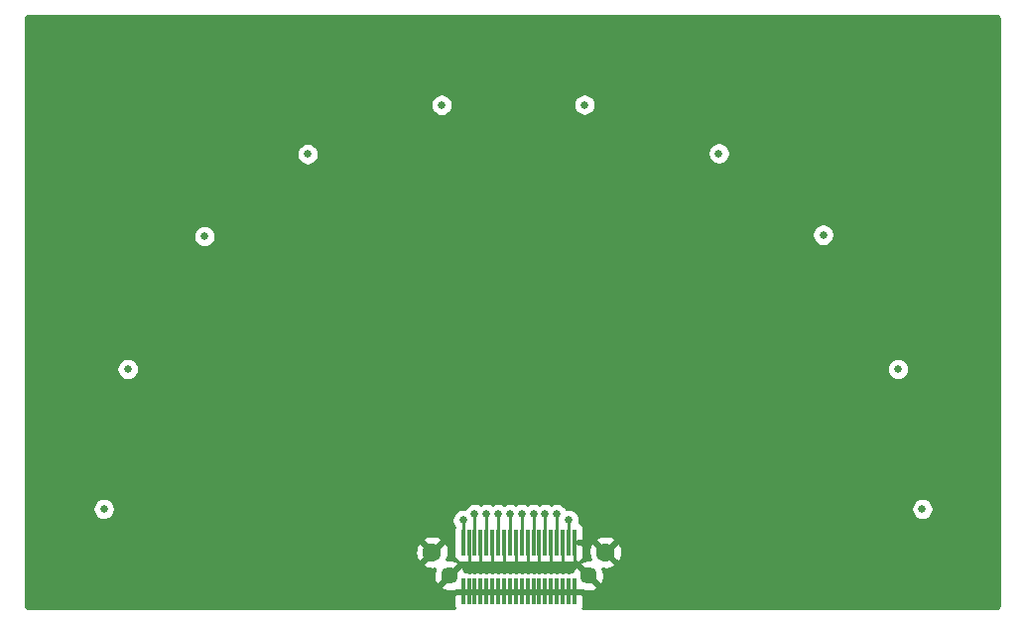
<source format=gbr>
G04 #@! TF.GenerationSoftware,KiCad,Pcbnew,(5.1.5)-3*
G04 #@! TF.CreationDate,2020-01-15T16:09:59-07:00*
G04 #@! TF.ProjectId,Station06,53746174-696f-46e3-9036-2e6b69636164,rev?*
G04 #@! TF.SameCoordinates,Original*
G04 #@! TF.FileFunction,Copper,L4,Bot*
G04 #@! TF.FilePolarity,Positive*
%FSLAX46Y46*%
G04 Gerber Fmt 4.6, Leading zero omitted, Abs format (unit mm)*
G04 Created by KiCad (PCBNEW (5.1.5)-3) date 2020-01-15 16:09:59*
%MOMM*%
%LPD*%
G04 APERTURE LIST*
%ADD10R,0.300000X2.200000*%
%ADD11C,1.450000*%
%ADD12C,1.600000*%
%ADD13C,0.635000*%
%ADD14C,1.270000*%
%ADD15C,0.250000*%
%ADD16C,0.254000*%
G04 APERTURE END LIST*
D10*
X137250000Y-102100000D03*
X139250000Y-102100000D03*
X136750000Y-102100000D03*
X140250000Y-102100000D03*
X138250000Y-102100000D03*
X138750000Y-102100000D03*
X135750000Y-102100000D03*
X139750000Y-102100000D03*
X137750000Y-102100000D03*
X136250000Y-102100000D03*
X137250000Y-97900000D03*
X139250000Y-97900000D03*
X136750000Y-97900000D03*
X140250000Y-97900000D03*
X138250000Y-97900000D03*
X138750000Y-97900000D03*
X135750000Y-97900000D03*
X139750000Y-97900000D03*
X137750000Y-97900000D03*
X136250000Y-97900000D03*
D11*
X134580000Y-100740000D03*
X146420000Y-100740000D03*
D12*
X133105000Y-98740000D03*
X147895000Y-98740000D03*
D10*
X145250000Y-97900000D03*
X145250000Y-102100000D03*
X144750000Y-97900000D03*
X144750000Y-102100000D03*
X144250000Y-97900000D03*
X144250000Y-102100000D03*
X143750000Y-97900000D03*
X143750000Y-102100000D03*
X143250000Y-97900000D03*
X143250000Y-102100000D03*
X142750000Y-97900000D03*
X142750000Y-102100000D03*
X142250000Y-97900000D03*
X142250000Y-102100000D03*
X141750000Y-97900000D03*
X141750000Y-102100000D03*
X141250000Y-97900000D03*
X141250000Y-102100000D03*
X140750000Y-97900000D03*
X140750000Y-102100000D03*
D13*
X147290000Y-95040000D03*
X150238000Y-95028000D03*
X152982000Y-94943000D03*
X155727000Y-94857000D03*
X158471000Y-94771000D03*
X161215000Y-94685000D03*
X163960000Y-94600000D03*
X166704000Y-94514000D03*
X169448000Y-94428000D03*
X172193000Y-94342000D03*
X147495000Y-96714000D03*
X150239000Y-96628000D03*
X152983000Y-96543000D03*
X155728000Y-96457000D03*
X158472000Y-96371000D03*
X161216000Y-96285000D03*
X163961000Y-96200000D03*
X166705000Y-96114000D03*
X169449000Y-96028000D03*
X172194000Y-95942000D03*
X169906000Y-83528000D03*
X167259000Y-84652000D03*
X164612000Y-85775000D03*
X161966000Y-86899000D03*
X159319000Y-88022000D03*
X156672000Y-89146000D03*
X154025000Y-90269000D03*
X151378000Y-91393000D03*
X148731000Y-92517000D03*
X146050000Y-93640000D03*
X167884000Y-86125000D03*
X165238000Y-87248000D03*
X162591000Y-88372000D03*
X159944000Y-89495000D03*
X157297000Y-90619000D03*
X154650000Y-91742000D03*
X152003000Y-92866000D03*
X149356000Y-93989000D03*
X144330000Y-92760000D03*
X153986000Y-69941000D03*
X152547000Y-72740000D03*
X151109000Y-75540000D03*
X149670000Y-78339000D03*
X148232000Y-81138000D03*
X146793000Y-83937000D03*
X145354000Y-86737000D03*
X143916000Y-89536000D03*
X142330000Y-92280000D03*
X155409000Y-70673000D03*
X153970000Y-73472000D03*
X152532000Y-76271000D03*
X151093000Y-79070000D03*
X149655000Y-81869000D03*
X148216000Y-84669000D03*
X146777000Y-87468000D03*
X145339000Y-90267000D03*
X144822000Y-63603000D03*
X144335000Y-66781000D03*
X143849000Y-69959000D03*
X143363000Y-73136000D03*
X142877000Y-76314000D03*
X142390000Y-79491000D03*
X141904000Y-82669000D03*
X141418000Y-85846000D03*
X140932000Y-89024000D03*
X140260000Y-92190000D03*
X146403000Y-63845000D03*
X145917000Y-67023000D03*
X144458000Y-76556000D03*
X144944000Y-73378000D03*
X145431000Y-70201000D03*
X143972000Y-79733000D03*
X143486000Y-82911000D03*
X142999000Y-86088000D03*
X142513000Y-89266000D03*
X133648000Y-63883000D03*
X134179000Y-67058000D03*
X134711000Y-70232000D03*
X135242000Y-73407000D03*
X135773000Y-76582000D03*
X136304000Y-79757000D03*
X136836000Y-82932000D03*
X137367000Y-86107000D03*
X137898000Y-89282000D03*
X138250000Y-92500000D03*
X135226000Y-63619000D03*
X135757000Y-66793000D03*
X136289000Y-69968000D03*
X136820000Y-73143000D03*
X137351000Y-76318000D03*
X137883000Y-79493000D03*
X138414000Y-82668000D03*
X138945000Y-85843000D03*
X139476000Y-89018000D03*
X123248000Y-67931000D03*
X124727000Y-70726000D03*
X126207000Y-73520000D03*
X127686000Y-76314000D03*
X129166000Y-79109000D03*
X130645000Y-81903000D03*
X132125000Y-84697000D03*
X133604000Y-87491000D03*
X135084000Y-90286000D03*
X136480000Y-93070000D03*
X126141000Y-69977000D03*
X127621000Y-72771000D03*
X129100000Y-75566000D03*
X130580000Y-78360000D03*
X132059000Y-81154000D03*
X133539000Y-83948000D03*
X135018000Y-86743000D03*
X136498000Y-89537000D03*
X107866000Y-95924000D03*
X110652000Y-96012000D03*
X113438000Y-96099000D03*
X116224000Y-96187000D03*
X119009000Y-96274000D03*
X121795000Y-96362000D03*
X124581000Y-96449000D03*
X127367000Y-96537000D03*
X130153000Y-96625000D03*
X132939000Y-96712000D03*
X107916000Y-94325000D03*
X110702000Y-94412000D03*
X113488000Y-94500000D03*
X116274000Y-94588000D03*
X119060000Y-94675000D03*
X121846000Y-94763000D03*
X124632000Y-94850000D03*
X127417000Y-94938000D03*
X130203000Y-95025000D03*
X112220000Y-86106000D03*
X114911000Y-87232000D03*
X117602000Y-88357000D03*
X120294000Y-89483000D03*
X122985000Y-90609000D03*
X125676000Y-91735000D03*
X128367000Y-92861000D03*
X131059000Y-93986000D03*
X133750000Y-95112000D03*
X110146000Y-83504000D03*
X115528000Y-85756000D03*
X118220000Y-86881000D03*
X120911000Y-88007000D03*
X123602000Y-89133000D03*
X126294000Y-90259000D03*
X112837000Y-84630000D03*
X128985000Y-91385000D03*
X131676000Y-92510000D03*
X156870000Y-67740000D03*
X117509000Y-76663000D03*
X119696000Y-78820000D03*
X121882000Y-80976000D03*
X124069000Y-83132000D03*
X126255000Y-85288000D03*
X128442000Y-87445000D03*
X130629000Y-89601000D03*
X132815000Y-91757000D03*
X135002000Y-93913000D03*
X116446000Y-73368000D03*
X118633000Y-75524000D03*
X120819000Y-77680000D03*
X123006000Y-79837000D03*
X125192000Y-81993000D03*
X127379000Y-84149000D03*
X129565000Y-86305000D03*
X131752000Y-88462000D03*
X133939000Y-90618000D03*
X161611000Y-75439000D03*
X159453000Y-77605000D03*
X157294000Y-79772000D03*
X155135000Y-81938000D03*
X152977000Y-84104000D03*
X150818000Y-86270000D03*
X148659000Y-88437000D03*
X146501000Y-90603000D03*
X144342000Y-92769000D03*
X162745000Y-76569000D03*
X160586000Y-78735000D03*
X158427000Y-80901000D03*
X156269000Y-83067000D03*
X154110000Y-85234000D03*
X151951000Y-87400000D03*
X147634000Y-91732000D03*
X149793000Y-89566000D03*
X163770000Y-73273000D03*
X172862240Y-83126580D03*
X157576520Y-64709040D03*
X174937420Y-95056960D03*
X146113500Y-60553600D03*
X166480000Y-71660000D03*
X105102660Y-95051880D03*
X107139740Y-83129120D03*
X136750000Y-95500000D03*
X122481340Y-64770000D03*
X138750000Y-95500000D03*
X135750000Y-96010000D03*
X133918960Y-60568840D03*
X139750000Y-95500000D03*
D14*
X173908000Y-92340000D03*
X171703000Y-79833000D03*
X165353000Y-68834000D03*
X155624000Y-60671000D03*
X143690000Y-56327000D03*
X130990000Y-56327000D03*
X119056000Y-60671000D03*
X109327000Y-68834000D03*
X102977000Y-79833000D03*
X100772000Y-97660000D03*
X106092000Y-97660000D03*
X100772000Y-92340000D03*
X106092000Y-92340000D03*
X108297000Y-79833000D03*
X102977000Y-85153000D03*
X108297000Y-85153000D03*
X114647000Y-68834000D03*
X109327000Y-74154000D03*
X114647000Y-74154000D03*
X124376000Y-60671000D03*
X119056000Y-65991000D03*
X124376000Y-65991000D03*
X136310000Y-56327000D03*
X130990000Y-61647000D03*
X136310000Y-61647000D03*
X149010000Y-56327000D03*
X143690000Y-61647000D03*
X149010000Y-61647000D03*
X160944000Y-60671000D03*
X155624000Y-65991000D03*
X160944000Y-65991000D03*
X170673000Y-68834000D03*
X165353000Y-74154000D03*
D13*
X113690000Y-71790000D03*
X137750000Y-95500000D03*
X144750000Y-96000000D03*
X143750000Y-95500000D03*
X142750000Y-95500000D03*
X141750000Y-95500000D03*
X140750000Y-95500000D03*
D14*
X170673000Y-74154000D03*
X177023000Y-79833000D03*
X171703000Y-85153000D03*
X177023000Y-85153000D03*
X179228000Y-92340000D03*
X173908000Y-97660000D03*
X179228000Y-97660000D03*
D15*
X136750000Y-97900000D02*
X136750000Y-95500000D01*
X138750000Y-97900000D02*
X138750000Y-95500000D01*
X135750000Y-97900000D02*
X135750000Y-96010000D01*
X139750000Y-97900000D02*
X139750000Y-95500000D01*
X137750000Y-97900000D02*
X137750000Y-95500000D01*
X144750000Y-97900000D02*
X144750000Y-96000000D01*
X143750000Y-97900000D02*
X143750000Y-95500000D01*
X142750000Y-97900000D02*
X142750000Y-95500000D01*
X141750000Y-97900000D02*
X141750000Y-95500000D01*
X140750000Y-97900000D02*
X140750000Y-95500000D01*
X139250000Y-97900000D02*
X139250000Y-99520000D01*
X140250000Y-97900000D02*
X140250000Y-99520000D01*
X141250000Y-97900000D02*
X141250000Y-99520000D01*
X142250000Y-97900000D02*
X142250000Y-99520000D01*
X143250000Y-97900000D02*
X143250000Y-99520000D01*
X144250000Y-97900000D02*
X144250000Y-99510000D01*
X145250000Y-97900000D02*
X145250000Y-99520000D01*
X136250000Y-97900000D02*
X136250000Y-99520000D01*
X137250000Y-97900000D02*
X137250000Y-99520000D01*
X138250000Y-97900000D02*
X138250000Y-99520000D01*
X145250000Y-97900000D02*
X145470000Y-97900000D01*
D16*
G36*
X181386867Y-53004819D02*
G01*
X181403092Y-53009718D01*
X181418053Y-53017672D01*
X181431189Y-53028386D01*
X181441988Y-53041441D01*
X181450049Y-53056349D01*
X181455062Y-53072541D01*
X181460000Y-53119525D01*
X181460001Y-103357708D01*
X181455181Y-103406868D01*
X181450283Y-103423091D01*
X181442326Y-103438055D01*
X181431615Y-103451188D01*
X181418559Y-103461989D01*
X181403652Y-103470049D01*
X181387459Y-103475062D01*
X181340475Y-103480000D01*
X145970123Y-103480000D01*
X145992199Y-103437563D01*
X146027166Y-103317466D01*
X146038032Y-103192854D01*
X146035000Y-102385750D01*
X145876250Y-102227000D01*
X135123750Y-102227000D01*
X134965000Y-102385750D01*
X134961968Y-103192854D01*
X134972834Y-103317466D01*
X135007801Y-103437563D01*
X135029877Y-103480000D01*
X98572281Y-103480000D01*
X98523132Y-103475181D01*
X98506909Y-103470283D01*
X98491945Y-103462326D01*
X98478812Y-103451615D01*
X98468011Y-103438559D01*
X98459951Y-103423652D01*
X98454938Y-103407459D01*
X98450000Y-103360475D01*
X98450000Y-101679133D01*
X133820472Y-101679133D01*
X133882965Y-101915450D01*
X134125678Y-102028850D01*
X134385849Y-102092719D01*
X134653482Y-102104604D01*
X134918291Y-102064048D01*
X135169023Y-101973000D01*
X145846141Y-101973000D01*
X145965678Y-102028850D01*
X146225849Y-102092719D01*
X146493482Y-102104604D01*
X146758291Y-102064048D01*
X147010100Y-101972609D01*
X147117035Y-101915450D01*
X147179528Y-101679133D01*
X146420000Y-100919605D01*
X146405858Y-100933748D01*
X146226253Y-100754143D01*
X146240395Y-100740000D01*
X145480867Y-99980472D01*
X145244550Y-100042965D01*
X145131150Y-100285678D01*
X145103491Y-100398349D01*
X145100727Y-100397477D01*
X145068250Y-100365000D01*
X145000000Y-100372269D01*
X144931750Y-100365000D01*
X144899273Y-100397477D01*
X144849234Y-100413270D01*
X144750000Y-100467749D01*
X144650766Y-100413270D01*
X144600727Y-100397477D01*
X144568250Y-100365000D01*
X144500000Y-100372269D01*
X144431750Y-100365000D01*
X144399273Y-100397477D01*
X144349234Y-100413270D01*
X144250000Y-100467749D01*
X144150766Y-100413270D01*
X144100727Y-100397477D01*
X144068250Y-100365000D01*
X144000000Y-100372269D01*
X143931750Y-100365000D01*
X143899273Y-100397477D01*
X143849234Y-100413270D01*
X143750000Y-100467749D01*
X143650766Y-100413270D01*
X143600727Y-100397477D01*
X143568250Y-100365000D01*
X143500000Y-100372269D01*
X143431750Y-100365000D01*
X143399273Y-100397477D01*
X143349234Y-100413270D01*
X143250000Y-100467749D01*
X143150766Y-100413270D01*
X143100727Y-100397477D01*
X143068250Y-100365000D01*
X143000000Y-100372269D01*
X142931750Y-100365000D01*
X142899273Y-100397477D01*
X142849234Y-100413270D01*
X142750000Y-100467749D01*
X142650766Y-100413270D01*
X142600727Y-100397477D01*
X142568250Y-100365000D01*
X142500000Y-100372269D01*
X142431750Y-100365000D01*
X142399273Y-100397477D01*
X142349234Y-100413270D01*
X142250000Y-100467749D01*
X142150766Y-100413270D01*
X142100727Y-100397477D01*
X142068250Y-100365000D01*
X142000000Y-100372269D01*
X141931750Y-100365000D01*
X141899273Y-100397477D01*
X141849234Y-100413270D01*
X141750000Y-100467749D01*
X141650766Y-100413270D01*
X141600727Y-100397477D01*
X141568250Y-100365000D01*
X141500000Y-100372269D01*
X141431750Y-100365000D01*
X141399273Y-100397477D01*
X141349234Y-100413270D01*
X141250000Y-100467749D01*
X141150766Y-100413270D01*
X141100727Y-100397477D01*
X141068250Y-100365000D01*
X141000000Y-100372269D01*
X140931750Y-100365000D01*
X140899273Y-100397477D01*
X140849234Y-100413270D01*
X140750000Y-100467749D01*
X140650766Y-100413270D01*
X140600727Y-100397477D01*
X140568250Y-100365000D01*
X140500000Y-100372269D01*
X140431750Y-100365000D01*
X140399273Y-100397477D01*
X140349234Y-100413270D01*
X140250000Y-100467749D01*
X140150766Y-100413270D01*
X140100727Y-100397477D01*
X140068250Y-100365000D01*
X140000000Y-100372269D01*
X139931750Y-100365000D01*
X139899273Y-100397477D01*
X139849234Y-100413270D01*
X139750000Y-100467749D01*
X139650766Y-100413270D01*
X139600727Y-100397477D01*
X139568250Y-100365000D01*
X139500000Y-100372269D01*
X139431750Y-100365000D01*
X139399273Y-100397477D01*
X139349234Y-100413270D01*
X139250000Y-100467749D01*
X139150766Y-100413270D01*
X139100727Y-100397477D01*
X139068250Y-100365000D01*
X139000000Y-100372269D01*
X138931750Y-100365000D01*
X138899273Y-100397477D01*
X138849234Y-100413270D01*
X138750000Y-100467749D01*
X138650766Y-100413270D01*
X138600727Y-100397477D01*
X138568250Y-100365000D01*
X138500000Y-100372269D01*
X138431750Y-100365000D01*
X138399273Y-100397477D01*
X138349234Y-100413270D01*
X138250000Y-100467749D01*
X138150766Y-100413270D01*
X138100727Y-100397477D01*
X138068250Y-100365000D01*
X138000000Y-100372269D01*
X137931750Y-100365000D01*
X137899273Y-100397477D01*
X137849234Y-100413270D01*
X137750000Y-100467749D01*
X137650766Y-100413270D01*
X137600727Y-100397477D01*
X137568250Y-100365000D01*
X137500000Y-100372269D01*
X137431750Y-100365000D01*
X137399273Y-100397477D01*
X137349234Y-100413270D01*
X137250000Y-100467749D01*
X137150766Y-100413270D01*
X137100727Y-100397477D01*
X137068250Y-100365000D01*
X137000000Y-100372269D01*
X136931750Y-100365000D01*
X136899273Y-100397477D01*
X136849234Y-100413270D01*
X136750000Y-100467749D01*
X136650766Y-100413270D01*
X136600727Y-100397477D01*
X136568250Y-100365000D01*
X136500000Y-100372269D01*
X136431750Y-100365000D01*
X136399273Y-100397477D01*
X136349234Y-100413270D01*
X136250000Y-100467749D01*
X136150766Y-100413270D01*
X136100727Y-100397477D01*
X136068250Y-100365000D01*
X136000000Y-100372269D01*
X135931750Y-100365000D01*
X135901649Y-100395101D01*
X135812609Y-100149900D01*
X135755450Y-100042965D01*
X135519133Y-99980472D01*
X134759605Y-100740000D01*
X134773748Y-100754143D01*
X134594143Y-100933748D01*
X134580000Y-100919605D01*
X133820472Y-101679133D01*
X98450000Y-101679133D01*
X98450000Y-99732702D01*
X132291903Y-99732702D01*
X132363486Y-99976671D01*
X132618996Y-100097571D01*
X132893184Y-100166300D01*
X133175512Y-100180217D01*
X133352689Y-100153965D01*
X133291150Y-100285678D01*
X133227281Y-100545849D01*
X133215396Y-100813482D01*
X133255952Y-101078291D01*
X133347391Y-101330100D01*
X133404550Y-101437035D01*
X133640867Y-101499528D01*
X134400395Y-100740000D01*
X134386253Y-100725858D01*
X134565858Y-100546253D01*
X134580000Y-100560395D01*
X135339528Y-99800867D01*
X145660472Y-99800867D01*
X146420000Y-100560395D01*
X146434143Y-100546253D01*
X146613748Y-100725858D01*
X146599605Y-100740000D01*
X147359133Y-101499528D01*
X147595450Y-101437035D01*
X147708850Y-101194322D01*
X147772719Y-100934151D01*
X147784604Y-100666518D01*
X147744048Y-100401709D01*
X147656099Y-100159511D01*
X147683184Y-100166300D01*
X147965512Y-100180217D01*
X148245130Y-100138787D01*
X148511292Y-100043603D01*
X148636514Y-99976671D01*
X148708097Y-99732702D01*
X147895000Y-98919605D01*
X147880858Y-98933748D01*
X147701253Y-98754143D01*
X147715395Y-98740000D01*
X148074605Y-98740000D01*
X148887702Y-99553097D01*
X149131671Y-99481514D01*
X149252571Y-99226004D01*
X149321300Y-98951816D01*
X149335217Y-98669488D01*
X149293787Y-98389870D01*
X149198603Y-98123708D01*
X149131671Y-97998486D01*
X148887702Y-97926903D01*
X148074605Y-98740000D01*
X147715395Y-98740000D01*
X146902298Y-97926903D01*
X146658329Y-97998486D01*
X146537429Y-98253996D01*
X146468700Y-98528184D01*
X146454783Y-98810512D01*
X146496213Y-99090130D01*
X146591397Y-99356292D01*
X146607810Y-99386999D01*
X146346518Y-99375396D01*
X146081709Y-99415952D01*
X145829900Y-99507391D01*
X145722965Y-99564550D01*
X145660472Y-99800867D01*
X135339528Y-99800867D01*
X135277035Y-99564550D01*
X135034322Y-99451150D01*
X134774151Y-99387281D01*
X134506518Y-99375396D01*
X134382927Y-99394324D01*
X134462571Y-99226004D01*
X134531300Y-98951816D01*
X134545217Y-98669488D01*
X134503787Y-98389870D01*
X134408603Y-98123708D01*
X134341671Y-97998486D01*
X134097702Y-97926903D01*
X133284605Y-98740000D01*
X133298748Y-98754143D01*
X133119143Y-98933748D01*
X133105000Y-98919605D01*
X132291903Y-99732702D01*
X98450000Y-99732702D01*
X98450000Y-98810512D01*
X131664783Y-98810512D01*
X131706213Y-99090130D01*
X131801397Y-99356292D01*
X131868329Y-99481514D01*
X132112298Y-99553097D01*
X132925395Y-98740000D01*
X132112298Y-97926903D01*
X131868329Y-97998486D01*
X131747429Y-98253996D01*
X131678700Y-98528184D01*
X131664783Y-98810512D01*
X98450000Y-98810512D01*
X98450000Y-97747298D01*
X132291903Y-97747298D01*
X133105000Y-98560395D01*
X133918097Y-97747298D01*
X133846514Y-97503329D01*
X133591004Y-97382429D01*
X133316816Y-97313700D01*
X133034488Y-97299783D01*
X132754870Y-97341213D01*
X132488708Y-97436397D01*
X132363486Y-97503329D01*
X132291903Y-97747298D01*
X98450000Y-97747298D01*
X98450000Y-94958067D01*
X104150160Y-94958067D01*
X104150160Y-95145693D01*
X104186764Y-95329714D01*
X104258565Y-95503058D01*
X104362805Y-95659064D01*
X104495476Y-95791735D01*
X104651482Y-95895975D01*
X104824826Y-95967776D01*
X105008847Y-96004380D01*
X105196473Y-96004380D01*
X105380494Y-95967776D01*
X105505041Y-95916187D01*
X134797500Y-95916187D01*
X134797500Y-96103813D01*
X134834104Y-96287834D01*
X134905905Y-96461178D01*
X134990001Y-96587036D01*
X134990001Y-96623391D01*
X134974188Y-96675518D01*
X134961928Y-96800000D01*
X134961928Y-99000000D01*
X134974188Y-99124482D01*
X135010498Y-99244180D01*
X135069463Y-99354494D01*
X135148815Y-99451185D01*
X135245506Y-99530537D01*
X135355820Y-99589502D01*
X135475518Y-99625812D01*
X135600000Y-99638072D01*
X135900000Y-99638072D01*
X136002401Y-99627987D01*
X136068250Y-99635000D01*
X136100497Y-99602753D01*
X136144180Y-99589502D01*
X136250000Y-99532939D01*
X136355820Y-99589502D01*
X136399503Y-99602753D01*
X136431750Y-99635000D01*
X136497599Y-99627987D01*
X136600000Y-99638072D01*
X136900000Y-99638072D01*
X137002401Y-99627987D01*
X137068250Y-99635000D01*
X137100497Y-99602753D01*
X137144180Y-99589502D01*
X137250000Y-99532939D01*
X137355820Y-99589502D01*
X137399503Y-99602753D01*
X137431750Y-99635000D01*
X137497599Y-99627987D01*
X137600000Y-99638072D01*
X137900000Y-99638072D01*
X138002401Y-99627987D01*
X138068250Y-99635000D01*
X138100497Y-99602753D01*
X138144180Y-99589502D01*
X138250000Y-99532939D01*
X138355820Y-99589502D01*
X138399503Y-99602753D01*
X138431750Y-99635000D01*
X138497599Y-99627987D01*
X138600000Y-99638072D01*
X138900000Y-99638072D01*
X139002401Y-99627987D01*
X139068250Y-99635000D01*
X139100497Y-99602753D01*
X139144180Y-99589502D01*
X139250000Y-99532939D01*
X139355820Y-99589502D01*
X139399503Y-99602753D01*
X139431750Y-99635000D01*
X139497599Y-99627987D01*
X139600000Y-99638072D01*
X139900000Y-99638072D01*
X140002401Y-99627987D01*
X140068250Y-99635000D01*
X140100497Y-99602753D01*
X140144180Y-99589502D01*
X140250000Y-99532939D01*
X140355820Y-99589502D01*
X140399503Y-99602753D01*
X140431750Y-99635000D01*
X140497599Y-99627987D01*
X140600000Y-99638072D01*
X140900000Y-99638072D01*
X141002401Y-99627987D01*
X141068250Y-99635000D01*
X141100497Y-99602753D01*
X141144180Y-99589502D01*
X141250000Y-99532939D01*
X141355820Y-99589502D01*
X141399503Y-99602753D01*
X141431750Y-99635000D01*
X141497599Y-99627987D01*
X141600000Y-99638072D01*
X141900000Y-99638072D01*
X142002401Y-99627987D01*
X142068250Y-99635000D01*
X142100497Y-99602753D01*
X142144180Y-99589502D01*
X142250000Y-99532939D01*
X142355820Y-99589502D01*
X142399503Y-99602753D01*
X142431750Y-99635000D01*
X142497599Y-99627987D01*
X142600000Y-99638072D01*
X142900000Y-99638072D01*
X143002401Y-99627987D01*
X143068250Y-99635000D01*
X143100497Y-99602753D01*
X143144180Y-99589502D01*
X143250000Y-99532939D01*
X143355820Y-99589502D01*
X143399503Y-99602753D01*
X143431750Y-99635000D01*
X143497599Y-99627987D01*
X143600000Y-99638072D01*
X143900000Y-99638072D01*
X144002401Y-99627987D01*
X144068250Y-99635000D01*
X144100497Y-99602753D01*
X144144180Y-99589502D01*
X144250000Y-99532939D01*
X144355820Y-99589502D01*
X144399503Y-99602753D01*
X144431750Y-99635000D01*
X144497599Y-99627987D01*
X144600000Y-99638072D01*
X144900000Y-99638072D01*
X145002401Y-99627987D01*
X145068250Y-99635000D01*
X145100497Y-99602753D01*
X145144180Y-99589502D01*
X145254494Y-99530537D01*
X145294475Y-99497725D01*
X145431750Y-99635000D01*
X145531482Y-99624378D01*
X145650766Y-99586730D01*
X145760413Y-99526534D01*
X145856209Y-99446104D01*
X145934474Y-99348530D01*
X145992199Y-99237563D01*
X146027166Y-99117466D01*
X146038032Y-98992854D01*
X146035000Y-98185750D01*
X145876250Y-98027000D01*
X145538072Y-98027000D01*
X145538072Y-97773000D01*
X145876250Y-97773000D01*
X145901952Y-97747298D01*
X147081903Y-97747298D01*
X147895000Y-98560395D01*
X148708097Y-97747298D01*
X148636514Y-97503329D01*
X148381004Y-97382429D01*
X148106816Y-97313700D01*
X147824488Y-97299783D01*
X147544870Y-97341213D01*
X147278708Y-97436397D01*
X147153486Y-97503329D01*
X147081903Y-97747298D01*
X145901952Y-97747298D01*
X146035000Y-97614250D01*
X146038032Y-96807146D01*
X146027166Y-96682534D01*
X145992199Y-96562437D01*
X145934474Y-96451470D01*
X145856209Y-96353896D01*
X145760413Y-96273466D01*
X145675985Y-96227115D01*
X145702500Y-96093813D01*
X145702500Y-95906187D01*
X145665896Y-95722166D01*
X145594095Y-95548822D01*
X145489855Y-95392816D01*
X145357184Y-95260145D01*
X145201178Y-95155905D01*
X145027834Y-95084104D01*
X144843813Y-95047500D01*
X144656187Y-95047500D01*
X144598316Y-95059011D01*
X144594095Y-95048822D01*
X144536849Y-94963147D01*
X173984920Y-94963147D01*
X173984920Y-95150773D01*
X174021524Y-95334794D01*
X174093325Y-95508138D01*
X174197565Y-95664144D01*
X174330236Y-95796815D01*
X174486242Y-95901055D01*
X174659586Y-95972856D01*
X174843607Y-96009460D01*
X175031233Y-96009460D01*
X175215254Y-95972856D01*
X175388598Y-95901055D01*
X175544604Y-95796815D01*
X175677275Y-95664144D01*
X175781515Y-95508138D01*
X175853316Y-95334794D01*
X175889920Y-95150773D01*
X175889920Y-94963147D01*
X175853316Y-94779126D01*
X175781515Y-94605782D01*
X175677275Y-94449776D01*
X175544604Y-94317105D01*
X175388598Y-94212865D01*
X175215254Y-94141064D01*
X175031233Y-94104460D01*
X174843607Y-94104460D01*
X174659586Y-94141064D01*
X174486242Y-94212865D01*
X174330236Y-94317105D01*
X174197565Y-94449776D01*
X174093325Y-94605782D01*
X174021524Y-94779126D01*
X173984920Y-94963147D01*
X144536849Y-94963147D01*
X144489855Y-94892816D01*
X144357184Y-94760145D01*
X144201178Y-94655905D01*
X144027834Y-94584104D01*
X143843813Y-94547500D01*
X143656187Y-94547500D01*
X143472166Y-94584104D01*
X143298822Y-94655905D01*
X143250000Y-94688527D01*
X143201178Y-94655905D01*
X143027834Y-94584104D01*
X142843813Y-94547500D01*
X142656187Y-94547500D01*
X142472166Y-94584104D01*
X142298822Y-94655905D01*
X142250000Y-94688527D01*
X142201178Y-94655905D01*
X142027834Y-94584104D01*
X141843813Y-94547500D01*
X141656187Y-94547500D01*
X141472166Y-94584104D01*
X141298822Y-94655905D01*
X141250000Y-94688527D01*
X141201178Y-94655905D01*
X141027834Y-94584104D01*
X140843813Y-94547500D01*
X140656187Y-94547500D01*
X140472166Y-94584104D01*
X140298822Y-94655905D01*
X140250000Y-94688527D01*
X140201178Y-94655905D01*
X140027834Y-94584104D01*
X139843813Y-94547500D01*
X139656187Y-94547500D01*
X139472166Y-94584104D01*
X139298822Y-94655905D01*
X139250000Y-94688527D01*
X139201178Y-94655905D01*
X139027834Y-94584104D01*
X138843813Y-94547500D01*
X138656187Y-94547500D01*
X138472166Y-94584104D01*
X138298822Y-94655905D01*
X138250000Y-94688527D01*
X138201178Y-94655905D01*
X138027834Y-94584104D01*
X137843813Y-94547500D01*
X137656187Y-94547500D01*
X137472166Y-94584104D01*
X137298822Y-94655905D01*
X137250000Y-94688527D01*
X137201178Y-94655905D01*
X137027834Y-94584104D01*
X136843813Y-94547500D01*
X136656187Y-94547500D01*
X136472166Y-94584104D01*
X136298822Y-94655905D01*
X136142816Y-94760145D01*
X136010145Y-94892816D01*
X135905905Y-95048822D01*
X135897858Y-95068250D01*
X135843813Y-95057500D01*
X135656187Y-95057500D01*
X135472166Y-95094104D01*
X135298822Y-95165905D01*
X135142816Y-95270145D01*
X135010145Y-95402816D01*
X134905905Y-95558822D01*
X134834104Y-95732166D01*
X134797500Y-95916187D01*
X105505041Y-95916187D01*
X105553838Y-95895975D01*
X105709844Y-95791735D01*
X105842515Y-95659064D01*
X105946755Y-95503058D01*
X106018556Y-95329714D01*
X106055160Y-95145693D01*
X106055160Y-94958067D01*
X106018556Y-94774046D01*
X105946755Y-94600702D01*
X105842515Y-94444696D01*
X105709844Y-94312025D01*
X105553838Y-94207785D01*
X105380494Y-94135984D01*
X105196473Y-94099380D01*
X105008847Y-94099380D01*
X104824826Y-94135984D01*
X104651482Y-94207785D01*
X104495476Y-94312025D01*
X104362805Y-94444696D01*
X104258565Y-94600702D01*
X104186764Y-94774046D01*
X104150160Y-94958067D01*
X98450000Y-94958067D01*
X98450000Y-83035307D01*
X106187240Y-83035307D01*
X106187240Y-83222933D01*
X106223844Y-83406954D01*
X106295645Y-83580298D01*
X106399885Y-83736304D01*
X106532556Y-83868975D01*
X106688562Y-83973215D01*
X106861906Y-84045016D01*
X107045927Y-84081620D01*
X107233553Y-84081620D01*
X107417574Y-84045016D01*
X107590918Y-83973215D01*
X107746924Y-83868975D01*
X107879595Y-83736304D01*
X107983835Y-83580298D01*
X108055636Y-83406954D01*
X108092240Y-83222933D01*
X108092240Y-83035307D01*
X108091735Y-83032767D01*
X171909740Y-83032767D01*
X171909740Y-83220393D01*
X171946344Y-83404414D01*
X172018145Y-83577758D01*
X172122385Y-83733764D01*
X172255056Y-83866435D01*
X172411062Y-83970675D01*
X172584406Y-84042476D01*
X172768427Y-84079080D01*
X172956053Y-84079080D01*
X173140074Y-84042476D01*
X173313418Y-83970675D01*
X173469424Y-83866435D01*
X173602095Y-83733764D01*
X173706335Y-83577758D01*
X173778136Y-83404414D01*
X173814740Y-83220393D01*
X173814740Y-83032767D01*
X173778136Y-82848746D01*
X173706335Y-82675402D01*
X173602095Y-82519396D01*
X173469424Y-82386725D01*
X173313418Y-82282485D01*
X173140074Y-82210684D01*
X172956053Y-82174080D01*
X172768427Y-82174080D01*
X172584406Y-82210684D01*
X172411062Y-82282485D01*
X172255056Y-82386725D01*
X172122385Y-82519396D01*
X172018145Y-82675402D01*
X171946344Y-82848746D01*
X171909740Y-83032767D01*
X108091735Y-83032767D01*
X108055636Y-82851286D01*
X107983835Y-82677942D01*
X107879595Y-82521936D01*
X107746924Y-82389265D01*
X107590918Y-82285025D01*
X107417574Y-82213224D01*
X107233553Y-82176620D01*
X107045927Y-82176620D01*
X106861906Y-82213224D01*
X106688562Y-82285025D01*
X106532556Y-82389265D01*
X106399885Y-82521936D01*
X106295645Y-82677942D01*
X106223844Y-82851286D01*
X106187240Y-83035307D01*
X98450000Y-83035307D01*
X98450000Y-71696187D01*
X112737500Y-71696187D01*
X112737500Y-71883813D01*
X112774104Y-72067834D01*
X112845905Y-72241178D01*
X112950145Y-72397184D01*
X113082816Y-72529855D01*
X113238822Y-72634095D01*
X113412166Y-72705896D01*
X113596187Y-72742500D01*
X113783813Y-72742500D01*
X113967834Y-72705896D01*
X114141178Y-72634095D01*
X114297184Y-72529855D01*
X114429855Y-72397184D01*
X114534095Y-72241178D01*
X114605896Y-72067834D01*
X114642500Y-71883813D01*
X114642500Y-71696187D01*
X114616642Y-71566187D01*
X165527500Y-71566187D01*
X165527500Y-71753813D01*
X165564104Y-71937834D01*
X165635905Y-72111178D01*
X165740145Y-72267184D01*
X165872816Y-72399855D01*
X166028822Y-72504095D01*
X166202166Y-72575896D01*
X166386187Y-72612500D01*
X166573813Y-72612500D01*
X166757834Y-72575896D01*
X166931178Y-72504095D01*
X167087184Y-72399855D01*
X167219855Y-72267184D01*
X167324095Y-72111178D01*
X167395896Y-71937834D01*
X167432500Y-71753813D01*
X167432500Y-71566187D01*
X167395896Y-71382166D01*
X167324095Y-71208822D01*
X167219855Y-71052816D01*
X167087184Y-70920145D01*
X166931178Y-70815905D01*
X166757834Y-70744104D01*
X166573813Y-70707500D01*
X166386187Y-70707500D01*
X166202166Y-70744104D01*
X166028822Y-70815905D01*
X165872816Y-70920145D01*
X165740145Y-71052816D01*
X165635905Y-71208822D01*
X165564104Y-71382166D01*
X165527500Y-71566187D01*
X114616642Y-71566187D01*
X114605896Y-71512166D01*
X114534095Y-71338822D01*
X114429855Y-71182816D01*
X114297184Y-71050145D01*
X114141178Y-70945905D01*
X113967834Y-70874104D01*
X113783813Y-70837500D01*
X113596187Y-70837500D01*
X113412166Y-70874104D01*
X113238822Y-70945905D01*
X113082816Y-71050145D01*
X112950145Y-71182816D01*
X112845905Y-71338822D01*
X112774104Y-71512166D01*
X112737500Y-71696187D01*
X98450000Y-71696187D01*
X98450000Y-64676187D01*
X121528840Y-64676187D01*
X121528840Y-64863813D01*
X121565444Y-65047834D01*
X121637245Y-65221178D01*
X121741485Y-65377184D01*
X121874156Y-65509855D01*
X122030162Y-65614095D01*
X122203506Y-65685896D01*
X122387527Y-65722500D01*
X122575153Y-65722500D01*
X122759174Y-65685896D01*
X122932518Y-65614095D01*
X123088524Y-65509855D01*
X123221195Y-65377184D01*
X123325435Y-65221178D01*
X123397236Y-65047834D01*
X123433840Y-64863813D01*
X123433840Y-64676187D01*
X123421715Y-64615227D01*
X156624020Y-64615227D01*
X156624020Y-64802853D01*
X156660624Y-64986874D01*
X156732425Y-65160218D01*
X156836665Y-65316224D01*
X156969336Y-65448895D01*
X157125342Y-65553135D01*
X157298686Y-65624936D01*
X157482707Y-65661540D01*
X157670333Y-65661540D01*
X157854354Y-65624936D01*
X158027698Y-65553135D01*
X158183704Y-65448895D01*
X158316375Y-65316224D01*
X158420615Y-65160218D01*
X158492416Y-64986874D01*
X158529020Y-64802853D01*
X158529020Y-64615227D01*
X158492416Y-64431206D01*
X158420615Y-64257862D01*
X158316375Y-64101856D01*
X158183704Y-63969185D01*
X158027698Y-63864945D01*
X157854354Y-63793144D01*
X157670333Y-63756540D01*
X157482707Y-63756540D01*
X157298686Y-63793144D01*
X157125342Y-63864945D01*
X156969336Y-63969185D01*
X156836665Y-64101856D01*
X156732425Y-64257862D01*
X156660624Y-64431206D01*
X156624020Y-64615227D01*
X123421715Y-64615227D01*
X123397236Y-64492166D01*
X123325435Y-64318822D01*
X123221195Y-64162816D01*
X123088524Y-64030145D01*
X122932518Y-63925905D01*
X122759174Y-63854104D01*
X122575153Y-63817500D01*
X122387527Y-63817500D01*
X122203506Y-63854104D01*
X122030162Y-63925905D01*
X121874156Y-64030145D01*
X121741485Y-64162816D01*
X121637245Y-64318822D01*
X121565444Y-64492166D01*
X121528840Y-64676187D01*
X98450000Y-64676187D01*
X98450000Y-60475027D01*
X132966460Y-60475027D01*
X132966460Y-60662653D01*
X133003064Y-60846674D01*
X133074865Y-61020018D01*
X133179105Y-61176024D01*
X133311776Y-61308695D01*
X133467782Y-61412935D01*
X133641126Y-61484736D01*
X133825147Y-61521340D01*
X134012773Y-61521340D01*
X134196794Y-61484736D01*
X134370138Y-61412935D01*
X134526144Y-61308695D01*
X134658815Y-61176024D01*
X134763055Y-61020018D01*
X134834856Y-60846674D01*
X134871460Y-60662653D01*
X134871460Y-60475027D01*
X134868429Y-60459787D01*
X145161000Y-60459787D01*
X145161000Y-60647413D01*
X145197604Y-60831434D01*
X145269405Y-61004778D01*
X145373645Y-61160784D01*
X145506316Y-61293455D01*
X145662322Y-61397695D01*
X145835666Y-61469496D01*
X146019687Y-61506100D01*
X146207313Y-61506100D01*
X146391334Y-61469496D01*
X146564678Y-61397695D01*
X146720684Y-61293455D01*
X146853355Y-61160784D01*
X146957595Y-61004778D01*
X147029396Y-60831434D01*
X147066000Y-60647413D01*
X147066000Y-60459787D01*
X147029396Y-60275766D01*
X146957595Y-60102422D01*
X146853355Y-59946416D01*
X146720684Y-59813745D01*
X146564678Y-59709505D01*
X146391334Y-59637704D01*
X146207313Y-59601100D01*
X146019687Y-59601100D01*
X145835666Y-59637704D01*
X145662322Y-59709505D01*
X145506316Y-59813745D01*
X145373645Y-59946416D01*
X145269405Y-60102422D01*
X145197604Y-60275766D01*
X145161000Y-60459787D01*
X134868429Y-60459787D01*
X134834856Y-60291006D01*
X134763055Y-60117662D01*
X134658815Y-59961656D01*
X134526144Y-59828985D01*
X134370138Y-59724745D01*
X134196794Y-59652944D01*
X134012773Y-59616340D01*
X133825147Y-59616340D01*
X133641126Y-59652944D01*
X133467782Y-59724745D01*
X133311776Y-59828985D01*
X133179105Y-59961656D01*
X133074865Y-60117662D01*
X133003064Y-60291006D01*
X132966460Y-60475027D01*
X98450000Y-60475027D01*
X98450000Y-53122281D01*
X98454819Y-53073133D01*
X98459718Y-53056908D01*
X98467672Y-53041947D01*
X98478386Y-53028811D01*
X98491441Y-53018012D01*
X98506349Y-53009951D01*
X98522541Y-53004938D01*
X98569525Y-53000000D01*
X181337719Y-53000000D01*
X181386867Y-53004819D01*
G37*
X181386867Y-53004819D02*
X181403092Y-53009718D01*
X181418053Y-53017672D01*
X181431189Y-53028386D01*
X181441988Y-53041441D01*
X181450049Y-53056349D01*
X181455062Y-53072541D01*
X181460000Y-53119525D01*
X181460001Y-103357708D01*
X181455181Y-103406868D01*
X181450283Y-103423091D01*
X181442326Y-103438055D01*
X181431615Y-103451188D01*
X181418559Y-103461989D01*
X181403652Y-103470049D01*
X181387459Y-103475062D01*
X181340475Y-103480000D01*
X145970123Y-103480000D01*
X145992199Y-103437563D01*
X146027166Y-103317466D01*
X146038032Y-103192854D01*
X146035000Y-102385750D01*
X145876250Y-102227000D01*
X135123750Y-102227000D01*
X134965000Y-102385750D01*
X134961968Y-103192854D01*
X134972834Y-103317466D01*
X135007801Y-103437563D01*
X135029877Y-103480000D01*
X98572281Y-103480000D01*
X98523132Y-103475181D01*
X98506909Y-103470283D01*
X98491945Y-103462326D01*
X98478812Y-103451615D01*
X98468011Y-103438559D01*
X98459951Y-103423652D01*
X98454938Y-103407459D01*
X98450000Y-103360475D01*
X98450000Y-101679133D01*
X133820472Y-101679133D01*
X133882965Y-101915450D01*
X134125678Y-102028850D01*
X134385849Y-102092719D01*
X134653482Y-102104604D01*
X134918291Y-102064048D01*
X135169023Y-101973000D01*
X145846141Y-101973000D01*
X145965678Y-102028850D01*
X146225849Y-102092719D01*
X146493482Y-102104604D01*
X146758291Y-102064048D01*
X147010100Y-101972609D01*
X147117035Y-101915450D01*
X147179528Y-101679133D01*
X146420000Y-100919605D01*
X146405858Y-100933748D01*
X146226253Y-100754143D01*
X146240395Y-100740000D01*
X145480867Y-99980472D01*
X145244550Y-100042965D01*
X145131150Y-100285678D01*
X145103491Y-100398349D01*
X145100727Y-100397477D01*
X145068250Y-100365000D01*
X145000000Y-100372269D01*
X144931750Y-100365000D01*
X144899273Y-100397477D01*
X144849234Y-100413270D01*
X144750000Y-100467749D01*
X144650766Y-100413270D01*
X144600727Y-100397477D01*
X144568250Y-100365000D01*
X144500000Y-100372269D01*
X144431750Y-100365000D01*
X144399273Y-100397477D01*
X144349234Y-100413270D01*
X144250000Y-100467749D01*
X144150766Y-100413270D01*
X144100727Y-100397477D01*
X144068250Y-100365000D01*
X144000000Y-100372269D01*
X143931750Y-100365000D01*
X143899273Y-100397477D01*
X143849234Y-100413270D01*
X143750000Y-100467749D01*
X143650766Y-100413270D01*
X143600727Y-100397477D01*
X143568250Y-100365000D01*
X143500000Y-100372269D01*
X143431750Y-100365000D01*
X143399273Y-100397477D01*
X143349234Y-100413270D01*
X143250000Y-100467749D01*
X143150766Y-100413270D01*
X143100727Y-100397477D01*
X143068250Y-100365000D01*
X143000000Y-100372269D01*
X142931750Y-100365000D01*
X142899273Y-100397477D01*
X142849234Y-100413270D01*
X142750000Y-100467749D01*
X142650766Y-100413270D01*
X142600727Y-100397477D01*
X142568250Y-100365000D01*
X142500000Y-100372269D01*
X142431750Y-100365000D01*
X142399273Y-100397477D01*
X142349234Y-100413270D01*
X142250000Y-100467749D01*
X142150766Y-100413270D01*
X142100727Y-100397477D01*
X142068250Y-100365000D01*
X142000000Y-100372269D01*
X141931750Y-100365000D01*
X141899273Y-100397477D01*
X141849234Y-100413270D01*
X141750000Y-100467749D01*
X141650766Y-100413270D01*
X141600727Y-100397477D01*
X141568250Y-100365000D01*
X141500000Y-100372269D01*
X141431750Y-100365000D01*
X141399273Y-100397477D01*
X141349234Y-100413270D01*
X141250000Y-100467749D01*
X141150766Y-100413270D01*
X141100727Y-100397477D01*
X141068250Y-100365000D01*
X141000000Y-100372269D01*
X140931750Y-100365000D01*
X140899273Y-100397477D01*
X140849234Y-100413270D01*
X140750000Y-100467749D01*
X140650766Y-100413270D01*
X140600727Y-100397477D01*
X140568250Y-100365000D01*
X140500000Y-100372269D01*
X140431750Y-100365000D01*
X140399273Y-100397477D01*
X140349234Y-100413270D01*
X140250000Y-100467749D01*
X140150766Y-100413270D01*
X140100727Y-100397477D01*
X140068250Y-100365000D01*
X140000000Y-100372269D01*
X139931750Y-100365000D01*
X139899273Y-100397477D01*
X139849234Y-100413270D01*
X139750000Y-100467749D01*
X139650766Y-100413270D01*
X139600727Y-100397477D01*
X139568250Y-100365000D01*
X139500000Y-100372269D01*
X139431750Y-100365000D01*
X139399273Y-100397477D01*
X139349234Y-100413270D01*
X139250000Y-100467749D01*
X139150766Y-100413270D01*
X139100727Y-100397477D01*
X139068250Y-100365000D01*
X139000000Y-100372269D01*
X138931750Y-100365000D01*
X138899273Y-100397477D01*
X138849234Y-100413270D01*
X138750000Y-100467749D01*
X138650766Y-100413270D01*
X138600727Y-100397477D01*
X138568250Y-100365000D01*
X138500000Y-100372269D01*
X138431750Y-100365000D01*
X138399273Y-100397477D01*
X138349234Y-100413270D01*
X138250000Y-100467749D01*
X138150766Y-100413270D01*
X138100727Y-100397477D01*
X138068250Y-100365000D01*
X138000000Y-100372269D01*
X137931750Y-100365000D01*
X137899273Y-100397477D01*
X137849234Y-100413270D01*
X137750000Y-100467749D01*
X137650766Y-100413270D01*
X137600727Y-100397477D01*
X137568250Y-100365000D01*
X137500000Y-100372269D01*
X137431750Y-100365000D01*
X137399273Y-100397477D01*
X137349234Y-100413270D01*
X137250000Y-100467749D01*
X137150766Y-100413270D01*
X137100727Y-100397477D01*
X137068250Y-100365000D01*
X137000000Y-100372269D01*
X136931750Y-100365000D01*
X136899273Y-100397477D01*
X136849234Y-100413270D01*
X136750000Y-100467749D01*
X136650766Y-100413270D01*
X136600727Y-100397477D01*
X136568250Y-100365000D01*
X136500000Y-100372269D01*
X136431750Y-100365000D01*
X136399273Y-100397477D01*
X136349234Y-100413270D01*
X136250000Y-100467749D01*
X136150766Y-100413270D01*
X136100727Y-100397477D01*
X136068250Y-100365000D01*
X136000000Y-100372269D01*
X135931750Y-100365000D01*
X135901649Y-100395101D01*
X135812609Y-100149900D01*
X135755450Y-100042965D01*
X135519133Y-99980472D01*
X134759605Y-100740000D01*
X134773748Y-100754143D01*
X134594143Y-100933748D01*
X134580000Y-100919605D01*
X133820472Y-101679133D01*
X98450000Y-101679133D01*
X98450000Y-99732702D01*
X132291903Y-99732702D01*
X132363486Y-99976671D01*
X132618996Y-100097571D01*
X132893184Y-100166300D01*
X133175512Y-100180217D01*
X133352689Y-100153965D01*
X133291150Y-100285678D01*
X133227281Y-100545849D01*
X133215396Y-100813482D01*
X133255952Y-101078291D01*
X133347391Y-101330100D01*
X133404550Y-101437035D01*
X133640867Y-101499528D01*
X134400395Y-100740000D01*
X134386253Y-100725858D01*
X134565858Y-100546253D01*
X134580000Y-100560395D01*
X135339528Y-99800867D01*
X145660472Y-99800867D01*
X146420000Y-100560395D01*
X146434143Y-100546253D01*
X146613748Y-100725858D01*
X146599605Y-100740000D01*
X147359133Y-101499528D01*
X147595450Y-101437035D01*
X147708850Y-101194322D01*
X147772719Y-100934151D01*
X147784604Y-100666518D01*
X147744048Y-100401709D01*
X147656099Y-100159511D01*
X147683184Y-100166300D01*
X147965512Y-100180217D01*
X148245130Y-100138787D01*
X148511292Y-100043603D01*
X148636514Y-99976671D01*
X148708097Y-99732702D01*
X147895000Y-98919605D01*
X147880858Y-98933748D01*
X147701253Y-98754143D01*
X147715395Y-98740000D01*
X148074605Y-98740000D01*
X148887702Y-99553097D01*
X149131671Y-99481514D01*
X149252571Y-99226004D01*
X149321300Y-98951816D01*
X149335217Y-98669488D01*
X149293787Y-98389870D01*
X149198603Y-98123708D01*
X149131671Y-97998486D01*
X148887702Y-97926903D01*
X148074605Y-98740000D01*
X147715395Y-98740000D01*
X146902298Y-97926903D01*
X146658329Y-97998486D01*
X146537429Y-98253996D01*
X146468700Y-98528184D01*
X146454783Y-98810512D01*
X146496213Y-99090130D01*
X146591397Y-99356292D01*
X146607810Y-99386999D01*
X146346518Y-99375396D01*
X146081709Y-99415952D01*
X145829900Y-99507391D01*
X145722965Y-99564550D01*
X145660472Y-99800867D01*
X135339528Y-99800867D01*
X135277035Y-99564550D01*
X135034322Y-99451150D01*
X134774151Y-99387281D01*
X134506518Y-99375396D01*
X134382927Y-99394324D01*
X134462571Y-99226004D01*
X134531300Y-98951816D01*
X134545217Y-98669488D01*
X134503787Y-98389870D01*
X134408603Y-98123708D01*
X134341671Y-97998486D01*
X134097702Y-97926903D01*
X133284605Y-98740000D01*
X133298748Y-98754143D01*
X133119143Y-98933748D01*
X133105000Y-98919605D01*
X132291903Y-99732702D01*
X98450000Y-99732702D01*
X98450000Y-98810512D01*
X131664783Y-98810512D01*
X131706213Y-99090130D01*
X131801397Y-99356292D01*
X131868329Y-99481514D01*
X132112298Y-99553097D01*
X132925395Y-98740000D01*
X132112298Y-97926903D01*
X131868329Y-97998486D01*
X131747429Y-98253996D01*
X131678700Y-98528184D01*
X131664783Y-98810512D01*
X98450000Y-98810512D01*
X98450000Y-97747298D01*
X132291903Y-97747298D01*
X133105000Y-98560395D01*
X133918097Y-97747298D01*
X133846514Y-97503329D01*
X133591004Y-97382429D01*
X133316816Y-97313700D01*
X133034488Y-97299783D01*
X132754870Y-97341213D01*
X132488708Y-97436397D01*
X132363486Y-97503329D01*
X132291903Y-97747298D01*
X98450000Y-97747298D01*
X98450000Y-94958067D01*
X104150160Y-94958067D01*
X104150160Y-95145693D01*
X104186764Y-95329714D01*
X104258565Y-95503058D01*
X104362805Y-95659064D01*
X104495476Y-95791735D01*
X104651482Y-95895975D01*
X104824826Y-95967776D01*
X105008847Y-96004380D01*
X105196473Y-96004380D01*
X105380494Y-95967776D01*
X105505041Y-95916187D01*
X134797500Y-95916187D01*
X134797500Y-96103813D01*
X134834104Y-96287834D01*
X134905905Y-96461178D01*
X134990001Y-96587036D01*
X134990001Y-96623391D01*
X134974188Y-96675518D01*
X134961928Y-96800000D01*
X134961928Y-99000000D01*
X134974188Y-99124482D01*
X135010498Y-99244180D01*
X135069463Y-99354494D01*
X135148815Y-99451185D01*
X135245506Y-99530537D01*
X135355820Y-99589502D01*
X135475518Y-99625812D01*
X135600000Y-99638072D01*
X135900000Y-99638072D01*
X136002401Y-99627987D01*
X136068250Y-99635000D01*
X136100497Y-99602753D01*
X136144180Y-99589502D01*
X136250000Y-99532939D01*
X136355820Y-99589502D01*
X136399503Y-99602753D01*
X136431750Y-99635000D01*
X136497599Y-99627987D01*
X136600000Y-99638072D01*
X136900000Y-99638072D01*
X137002401Y-99627987D01*
X137068250Y-99635000D01*
X137100497Y-99602753D01*
X137144180Y-99589502D01*
X137250000Y-99532939D01*
X137355820Y-99589502D01*
X137399503Y-99602753D01*
X137431750Y-99635000D01*
X137497599Y-99627987D01*
X137600000Y-99638072D01*
X137900000Y-99638072D01*
X138002401Y-99627987D01*
X138068250Y-99635000D01*
X138100497Y-99602753D01*
X138144180Y-99589502D01*
X138250000Y-99532939D01*
X138355820Y-99589502D01*
X138399503Y-99602753D01*
X138431750Y-99635000D01*
X138497599Y-99627987D01*
X138600000Y-99638072D01*
X138900000Y-99638072D01*
X139002401Y-99627987D01*
X139068250Y-99635000D01*
X139100497Y-99602753D01*
X139144180Y-99589502D01*
X139250000Y-99532939D01*
X139355820Y-99589502D01*
X139399503Y-99602753D01*
X139431750Y-99635000D01*
X139497599Y-99627987D01*
X139600000Y-99638072D01*
X139900000Y-99638072D01*
X140002401Y-99627987D01*
X140068250Y-99635000D01*
X140100497Y-99602753D01*
X140144180Y-99589502D01*
X140250000Y-99532939D01*
X140355820Y-99589502D01*
X140399503Y-99602753D01*
X140431750Y-99635000D01*
X140497599Y-99627987D01*
X140600000Y-99638072D01*
X140900000Y-99638072D01*
X141002401Y-99627987D01*
X141068250Y-99635000D01*
X141100497Y-99602753D01*
X141144180Y-99589502D01*
X141250000Y-99532939D01*
X141355820Y-99589502D01*
X141399503Y-99602753D01*
X141431750Y-99635000D01*
X141497599Y-99627987D01*
X141600000Y-99638072D01*
X141900000Y-99638072D01*
X142002401Y-99627987D01*
X142068250Y-99635000D01*
X142100497Y-99602753D01*
X142144180Y-99589502D01*
X142250000Y-99532939D01*
X142355820Y-99589502D01*
X142399503Y-99602753D01*
X142431750Y-99635000D01*
X142497599Y-99627987D01*
X142600000Y-99638072D01*
X142900000Y-99638072D01*
X143002401Y-99627987D01*
X143068250Y-99635000D01*
X143100497Y-99602753D01*
X143144180Y-99589502D01*
X143250000Y-99532939D01*
X143355820Y-99589502D01*
X143399503Y-99602753D01*
X143431750Y-99635000D01*
X143497599Y-99627987D01*
X143600000Y-99638072D01*
X143900000Y-99638072D01*
X144002401Y-99627987D01*
X144068250Y-99635000D01*
X144100497Y-99602753D01*
X144144180Y-99589502D01*
X144250000Y-99532939D01*
X144355820Y-99589502D01*
X144399503Y-99602753D01*
X144431750Y-99635000D01*
X144497599Y-99627987D01*
X144600000Y-99638072D01*
X144900000Y-99638072D01*
X145002401Y-99627987D01*
X145068250Y-99635000D01*
X145100497Y-99602753D01*
X145144180Y-99589502D01*
X145254494Y-99530537D01*
X145294475Y-99497725D01*
X145431750Y-99635000D01*
X145531482Y-99624378D01*
X145650766Y-99586730D01*
X145760413Y-99526534D01*
X145856209Y-99446104D01*
X145934474Y-99348530D01*
X145992199Y-99237563D01*
X146027166Y-99117466D01*
X146038032Y-98992854D01*
X146035000Y-98185750D01*
X145876250Y-98027000D01*
X145538072Y-98027000D01*
X145538072Y-97773000D01*
X145876250Y-97773000D01*
X145901952Y-97747298D01*
X147081903Y-97747298D01*
X147895000Y-98560395D01*
X148708097Y-97747298D01*
X148636514Y-97503329D01*
X148381004Y-97382429D01*
X148106816Y-97313700D01*
X147824488Y-97299783D01*
X147544870Y-97341213D01*
X147278708Y-97436397D01*
X147153486Y-97503329D01*
X147081903Y-97747298D01*
X145901952Y-97747298D01*
X146035000Y-97614250D01*
X146038032Y-96807146D01*
X146027166Y-96682534D01*
X145992199Y-96562437D01*
X145934474Y-96451470D01*
X145856209Y-96353896D01*
X145760413Y-96273466D01*
X145675985Y-96227115D01*
X145702500Y-96093813D01*
X145702500Y-95906187D01*
X145665896Y-95722166D01*
X145594095Y-95548822D01*
X145489855Y-95392816D01*
X145357184Y-95260145D01*
X145201178Y-95155905D01*
X145027834Y-95084104D01*
X144843813Y-95047500D01*
X144656187Y-95047500D01*
X144598316Y-95059011D01*
X144594095Y-95048822D01*
X144536849Y-94963147D01*
X173984920Y-94963147D01*
X173984920Y-95150773D01*
X174021524Y-95334794D01*
X174093325Y-95508138D01*
X174197565Y-95664144D01*
X174330236Y-95796815D01*
X174486242Y-95901055D01*
X174659586Y-95972856D01*
X174843607Y-96009460D01*
X175031233Y-96009460D01*
X175215254Y-95972856D01*
X175388598Y-95901055D01*
X175544604Y-95796815D01*
X175677275Y-95664144D01*
X175781515Y-95508138D01*
X175853316Y-95334794D01*
X175889920Y-95150773D01*
X175889920Y-94963147D01*
X175853316Y-94779126D01*
X175781515Y-94605782D01*
X175677275Y-94449776D01*
X175544604Y-94317105D01*
X175388598Y-94212865D01*
X175215254Y-94141064D01*
X175031233Y-94104460D01*
X174843607Y-94104460D01*
X174659586Y-94141064D01*
X174486242Y-94212865D01*
X174330236Y-94317105D01*
X174197565Y-94449776D01*
X174093325Y-94605782D01*
X174021524Y-94779126D01*
X173984920Y-94963147D01*
X144536849Y-94963147D01*
X144489855Y-94892816D01*
X144357184Y-94760145D01*
X144201178Y-94655905D01*
X144027834Y-94584104D01*
X143843813Y-94547500D01*
X143656187Y-94547500D01*
X143472166Y-94584104D01*
X143298822Y-94655905D01*
X143250000Y-94688527D01*
X143201178Y-94655905D01*
X143027834Y-94584104D01*
X142843813Y-94547500D01*
X142656187Y-94547500D01*
X142472166Y-94584104D01*
X142298822Y-94655905D01*
X142250000Y-94688527D01*
X142201178Y-94655905D01*
X142027834Y-94584104D01*
X141843813Y-94547500D01*
X141656187Y-94547500D01*
X141472166Y-94584104D01*
X141298822Y-94655905D01*
X141250000Y-94688527D01*
X141201178Y-94655905D01*
X141027834Y-94584104D01*
X140843813Y-94547500D01*
X140656187Y-94547500D01*
X140472166Y-94584104D01*
X140298822Y-94655905D01*
X140250000Y-94688527D01*
X140201178Y-94655905D01*
X140027834Y-94584104D01*
X139843813Y-94547500D01*
X139656187Y-94547500D01*
X139472166Y-94584104D01*
X139298822Y-94655905D01*
X139250000Y-94688527D01*
X139201178Y-94655905D01*
X139027834Y-94584104D01*
X138843813Y-94547500D01*
X138656187Y-94547500D01*
X138472166Y-94584104D01*
X138298822Y-94655905D01*
X138250000Y-94688527D01*
X138201178Y-94655905D01*
X138027834Y-94584104D01*
X137843813Y-94547500D01*
X137656187Y-94547500D01*
X137472166Y-94584104D01*
X137298822Y-94655905D01*
X137250000Y-94688527D01*
X137201178Y-94655905D01*
X137027834Y-94584104D01*
X136843813Y-94547500D01*
X136656187Y-94547500D01*
X136472166Y-94584104D01*
X136298822Y-94655905D01*
X136142816Y-94760145D01*
X136010145Y-94892816D01*
X135905905Y-95048822D01*
X135897858Y-95068250D01*
X135843813Y-95057500D01*
X135656187Y-95057500D01*
X135472166Y-95094104D01*
X135298822Y-95165905D01*
X135142816Y-95270145D01*
X135010145Y-95402816D01*
X134905905Y-95558822D01*
X134834104Y-95732166D01*
X134797500Y-95916187D01*
X105505041Y-95916187D01*
X105553838Y-95895975D01*
X105709844Y-95791735D01*
X105842515Y-95659064D01*
X105946755Y-95503058D01*
X106018556Y-95329714D01*
X106055160Y-95145693D01*
X106055160Y-94958067D01*
X106018556Y-94774046D01*
X105946755Y-94600702D01*
X105842515Y-94444696D01*
X105709844Y-94312025D01*
X105553838Y-94207785D01*
X105380494Y-94135984D01*
X105196473Y-94099380D01*
X105008847Y-94099380D01*
X104824826Y-94135984D01*
X104651482Y-94207785D01*
X104495476Y-94312025D01*
X104362805Y-94444696D01*
X104258565Y-94600702D01*
X104186764Y-94774046D01*
X104150160Y-94958067D01*
X98450000Y-94958067D01*
X98450000Y-83035307D01*
X106187240Y-83035307D01*
X106187240Y-83222933D01*
X106223844Y-83406954D01*
X106295645Y-83580298D01*
X106399885Y-83736304D01*
X106532556Y-83868975D01*
X106688562Y-83973215D01*
X106861906Y-84045016D01*
X107045927Y-84081620D01*
X107233553Y-84081620D01*
X107417574Y-84045016D01*
X107590918Y-83973215D01*
X107746924Y-83868975D01*
X107879595Y-83736304D01*
X107983835Y-83580298D01*
X108055636Y-83406954D01*
X108092240Y-83222933D01*
X108092240Y-83035307D01*
X108091735Y-83032767D01*
X171909740Y-83032767D01*
X171909740Y-83220393D01*
X171946344Y-83404414D01*
X172018145Y-83577758D01*
X172122385Y-83733764D01*
X172255056Y-83866435D01*
X172411062Y-83970675D01*
X172584406Y-84042476D01*
X172768427Y-84079080D01*
X172956053Y-84079080D01*
X173140074Y-84042476D01*
X173313418Y-83970675D01*
X173469424Y-83866435D01*
X173602095Y-83733764D01*
X173706335Y-83577758D01*
X173778136Y-83404414D01*
X173814740Y-83220393D01*
X173814740Y-83032767D01*
X173778136Y-82848746D01*
X173706335Y-82675402D01*
X173602095Y-82519396D01*
X173469424Y-82386725D01*
X173313418Y-82282485D01*
X173140074Y-82210684D01*
X172956053Y-82174080D01*
X172768427Y-82174080D01*
X172584406Y-82210684D01*
X172411062Y-82282485D01*
X172255056Y-82386725D01*
X172122385Y-82519396D01*
X172018145Y-82675402D01*
X171946344Y-82848746D01*
X171909740Y-83032767D01*
X108091735Y-83032767D01*
X108055636Y-82851286D01*
X107983835Y-82677942D01*
X107879595Y-82521936D01*
X107746924Y-82389265D01*
X107590918Y-82285025D01*
X107417574Y-82213224D01*
X107233553Y-82176620D01*
X107045927Y-82176620D01*
X106861906Y-82213224D01*
X106688562Y-82285025D01*
X106532556Y-82389265D01*
X106399885Y-82521936D01*
X106295645Y-82677942D01*
X106223844Y-82851286D01*
X106187240Y-83035307D01*
X98450000Y-83035307D01*
X98450000Y-71696187D01*
X112737500Y-71696187D01*
X112737500Y-71883813D01*
X112774104Y-72067834D01*
X112845905Y-72241178D01*
X112950145Y-72397184D01*
X113082816Y-72529855D01*
X113238822Y-72634095D01*
X113412166Y-72705896D01*
X113596187Y-72742500D01*
X113783813Y-72742500D01*
X113967834Y-72705896D01*
X114141178Y-72634095D01*
X114297184Y-72529855D01*
X114429855Y-72397184D01*
X114534095Y-72241178D01*
X114605896Y-72067834D01*
X114642500Y-71883813D01*
X114642500Y-71696187D01*
X114616642Y-71566187D01*
X165527500Y-71566187D01*
X165527500Y-71753813D01*
X165564104Y-71937834D01*
X165635905Y-72111178D01*
X165740145Y-72267184D01*
X165872816Y-72399855D01*
X166028822Y-72504095D01*
X166202166Y-72575896D01*
X166386187Y-72612500D01*
X166573813Y-72612500D01*
X166757834Y-72575896D01*
X166931178Y-72504095D01*
X167087184Y-72399855D01*
X167219855Y-72267184D01*
X167324095Y-72111178D01*
X167395896Y-71937834D01*
X167432500Y-71753813D01*
X167432500Y-71566187D01*
X167395896Y-71382166D01*
X167324095Y-71208822D01*
X167219855Y-71052816D01*
X167087184Y-70920145D01*
X166931178Y-70815905D01*
X166757834Y-70744104D01*
X166573813Y-70707500D01*
X166386187Y-70707500D01*
X166202166Y-70744104D01*
X166028822Y-70815905D01*
X165872816Y-70920145D01*
X165740145Y-71052816D01*
X165635905Y-71208822D01*
X165564104Y-71382166D01*
X165527500Y-71566187D01*
X114616642Y-71566187D01*
X114605896Y-71512166D01*
X114534095Y-71338822D01*
X114429855Y-71182816D01*
X114297184Y-71050145D01*
X114141178Y-70945905D01*
X113967834Y-70874104D01*
X113783813Y-70837500D01*
X113596187Y-70837500D01*
X113412166Y-70874104D01*
X113238822Y-70945905D01*
X113082816Y-71050145D01*
X112950145Y-71182816D01*
X112845905Y-71338822D01*
X112774104Y-71512166D01*
X112737500Y-71696187D01*
X98450000Y-71696187D01*
X98450000Y-64676187D01*
X121528840Y-64676187D01*
X121528840Y-64863813D01*
X121565444Y-65047834D01*
X121637245Y-65221178D01*
X121741485Y-65377184D01*
X121874156Y-65509855D01*
X122030162Y-65614095D01*
X122203506Y-65685896D01*
X122387527Y-65722500D01*
X122575153Y-65722500D01*
X122759174Y-65685896D01*
X122932518Y-65614095D01*
X123088524Y-65509855D01*
X123221195Y-65377184D01*
X123325435Y-65221178D01*
X123397236Y-65047834D01*
X123433840Y-64863813D01*
X123433840Y-64676187D01*
X123421715Y-64615227D01*
X156624020Y-64615227D01*
X156624020Y-64802853D01*
X156660624Y-64986874D01*
X156732425Y-65160218D01*
X156836665Y-65316224D01*
X156969336Y-65448895D01*
X157125342Y-65553135D01*
X157298686Y-65624936D01*
X157482707Y-65661540D01*
X157670333Y-65661540D01*
X157854354Y-65624936D01*
X158027698Y-65553135D01*
X158183704Y-65448895D01*
X158316375Y-65316224D01*
X158420615Y-65160218D01*
X158492416Y-64986874D01*
X158529020Y-64802853D01*
X158529020Y-64615227D01*
X158492416Y-64431206D01*
X158420615Y-64257862D01*
X158316375Y-64101856D01*
X158183704Y-63969185D01*
X158027698Y-63864945D01*
X157854354Y-63793144D01*
X157670333Y-63756540D01*
X157482707Y-63756540D01*
X157298686Y-63793144D01*
X157125342Y-63864945D01*
X156969336Y-63969185D01*
X156836665Y-64101856D01*
X156732425Y-64257862D01*
X156660624Y-64431206D01*
X156624020Y-64615227D01*
X123421715Y-64615227D01*
X123397236Y-64492166D01*
X123325435Y-64318822D01*
X123221195Y-64162816D01*
X123088524Y-64030145D01*
X122932518Y-63925905D01*
X122759174Y-63854104D01*
X122575153Y-63817500D01*
X122387527Y-63817500D01*
X122203506Y-63854104D01*
X122030162Y-63925905D01*
X121874156Y-64030145D01*
X121741485Y-64162816D01*
X121637245Y-64318822D01*
X121565444Y-64492166D01*
X121528840Y-64676187D01*
X98450000Y-64676187D01*
X98450000Y-60475027D01*
X132966460Y-60475027D01*
X132966460Y-60662653D01*
X133003064Y-60846674D01*
X133074865Y-61020018D01*
X133179105Y-61176024D01*
X133311776Y-61308695D01*
X133467782Y-61412935D01*
X133641126Y-61484736D01*
X133825147Y-61521340D01*
X134012773Y-61521340D01*
X134196794Y-61484736D01*
X134370138Y-61412935D01*
X134526144Y-61308695D01*
X134658815Y-61176024D01*
X134763055Y-61020018D01*
X134834856Y-60846674D01*
X134871460Y-60662653D01*
X134871460Y-60475027D01*
X134868429Y-60459787D01*
X145161000Y-60459787D01*
X145161000Y-60647413D01*
X145197604Y-60831434D01*
X145269405Y-61004778D01*
X145373645Y-61160784D01*
X145506316Y-61293455D01*
X145662322Y-61397695D01*
X145835666Y-61469496D01*
X146019687Y-61506100D01*
X146207313Y-61506100D01*
X146391334Y-61469496D01*
X146564678Y-61397695D01*
X146720684Y-61293455D01*
X146853355Y-61160784D01*
X146957595Y-61004778D01*
X147029396Y-60831434D01*
X147066000Y-60647413D01*
X147066000Y-60459787D01*
X147029396Y-60275766D01*
X146957595Y-60102422D01*
X146853355Y-59946416D01*
X146720684Y-59813745D01*
X146564678Y-59709505D01*
X146391334Y-59637704D01*
X146207313Y-59601100D01*
X146019687Y-59601100D01*
X145835666Y-59637704D01*
X145662322Y-59709505D01*
X145506316Y-59813745D01*
X145373645Y-59946416D01*
X145269405Y-60102422D01*
X145197604Y-60275766D01*
X145161000Y-60459787D01*
X134868429Y-60459787D01*
X134834856Y-60291006D01*
X134763055Y-60117662D01*
X134658815Y-59961656D01*
X134526144Y-59828985D01*
X134370138Y-59724745D01*
X134196794Y-59652944D01*
X134012773Y-59616340D01*
X133825147Y-59616340D01*
X133641126Y-59652944D01*
X133467782Y-59724745D01*
X133311776Y-59828985D01*
X133179105Y-59961656D01*
X133074865Y-60117662D01*
X133003064Y-60291006D01*
X132966460Y-60475027D01*
X98450000Y-60475027D01*
X98450000Y-53122281D01*
X98454819Y-53073133D01*
X98459718Y-53056908D01*
X98467672Y-53041947D01*
X98478386Y-53028811D01*
X98491441Y-53018012D01*
X98506349Y-53009951D01*
X98522541Y-53004938D01*
X98569525Y-53000000D01*
X181337719Y-53000000D01*
X181386867Y-53004819D01*
M02*

</source>
